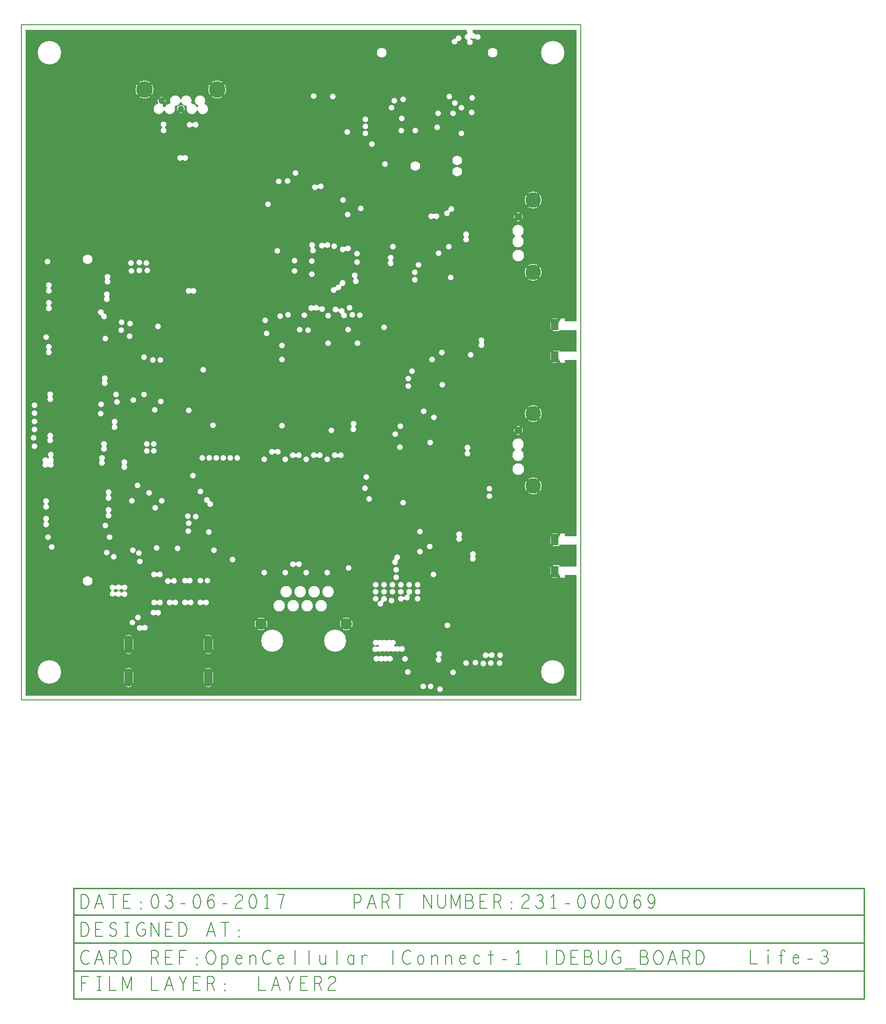
<source format=gbr>
G04 ================== begin FILE IDENTIFICATION RECORD ==================*
G04 Layout Name:  OC_Connect-1_DEBUG_Life-3.brd*
G04 Film Name:    L2P.gbr*
G04 File Format:  Gerber RS274X*
G04 File Origin:  Cadence Allegro 16.6-2015-S065*
G04 Origin Date:  Mon Mar 06 16:55:43 2017*
G04 *
G04 Layer:  VIA CLASS/L2_GND*
G04 Layer:  PIN/L2_GND*
G04 Layer:  ETCH/L2_GND*
G04 Layer:  DRAWING FORMAT/L2*
G04 Layer:  DRAWING FORMAT/FILM_LABEL_OUTLINE*
G04 Layer:  BOARD GEOMETRY/OUTLINE*
G04 *
G04 Offset:    (0.000 0.000)*
G04 Mirror:    No*
G04 Mode:      Positive*
G04 Rotation:  0*
G04 FullContactRelief:  No*
G04 UndefLineWidth:     6.000*
G04 ================== end FILE IDENTIFICATION RECORD ====================*
%FSLAX25Y25*MOIN*%
%IR0*IPPOS*OFA0.00000B0.00000*MIA0B0*SFA1.00000B1.00000*%
%ADD16C,.11*%
%ADD11O,.059X.13*%
%ADD13C,.11811*%
%ADD10C,.026*%
%ADD14C,.081*%
%ADD17C,.055*%
%ADD12C,.047244*%
%ADD15R,.055118X.07874*%
%ADD18C,.01*%
%ADD19C,.02*%
%ADD20C,.006*%
%ADD33C,.120004*%
%ADD21O,.069004X.140004*%
%ADD26C,.128114*%
%ADD27C,.158004*%
%ADD22C,.1678*%
%ADD24C,.042004*%
%ADD23C,.070004*%
%ADD29C,.091004*%
%ADD28C,.082004*%
%ADD34C,.065004*%
%ADD32C,.083004*%
%ADD31C,.070164*%
%ADD25C,.057248*%
%ADD30C,.069374*%
G75*
%LPD*%
G75*
G36*
G01X322950Y478996D02*
X396801Y479000D01*
X396918Y397000D01*
Y270966D01*
G02X396451Y270571I-400J0D01*
G03X396303Y270591I-347J-2046D01*
G01X388534D01*
Y272658D01*
X378164D01*
Y263783D01*
X384676D01*
Y264472D01*
X396543D01*
G03X396664Y264502I-437J2028D01*
G01X396691Y264510D01*
X396918D01*
Y249097D01*
X396691D01*
X396664Y249104D01*
G03X396543Y249134I-559J-1998D01*
G01X384676D01*
Y249823D01*
X378164D01*
Y240949D01*
X388534D01*
Y243016D01*
X396303D01*
G03X396451Y243035I-198J2066D01*
G02X396918Y242641I67J-394D01*
G01Y117365D01*
G02X396451Y116971I-400J0D01*
G03X396303Y116991I-347J-2046D01*
G01X388534D01*
Y119058D01*
X378164D01*
Y110183D01*
X384676D01*
Y110872D01*
X396543D01*
G03X396664Y110902I-437J2028D01*
G01X396691Y110910D01*
X396918D01*
Y95497D01*
X396691D01*
X396664Y95504D01*
G03X396543Y95534I-559J-1998D01*
G01X384676D01*
Y96223D01*
X378164D01*
Y87349D01*
X388534D01*
Y89416D01*
X396303D01*
G03X396451Y89435I-198J2066D01*
G02X396918Y89041I67J-394D01*
G01Y3000D01*
X3000D01*
Y478977D01*
X318049Y478996D01*
G02X318442Y478516I0J-400D01*
G03X318908Y476730I2059J-416D01*
G02X318668Y476074I-303J-261D01*
G03X318652Y471929I332J-2074D01*
G02X318924Y471321I-66J-394D01*
G03X321048Y472271I1776J-1121D01*
G02X320776Y472879I66J394D01*
G03X320864Y473033I-1776J1121D01*
G02X321488Y473145I355J-184D01*
G03X323984Y472901I1412J1555D01*
G02X324528Y472773I206J-343D01*
G03X325216Y475699I1772J1127D01*
G02X324672Y475827I-206J343D01*
G03X322843Y476799I-1772J-1127D01*
G02X322459Y477343I-11J400D01*
G03X322558Y478517I-1959J757D01*
G02X322950Y478996I392J79D01*
G37*
%LPC*%
G75*
G36*
G01X312259Y471023D02*
G03X311800Y470623I-59J-396D01*
G02X310010Y472677I-2100J-23D01*
G03X310469Y473077I59J396D01*
G02X312259Y471023I2100J23D01*
G37*
G36*
G01X115530Y386000D02*
G03X114970I-280J-286D01*
G02Y389000I-1470J1500D01*
G03X115530I280J286D01*
G02Y386000I1470J-1500D01*
G37*
G36*
G01X212474Y365757D02*
G03X211818Y365645I-291J-275D01*
G02X211426Y367943I-1918J855D01*
G03X212082Y368055I291J275D01*
G02X212474Y365757I1918J-855D01*
G37*
G36*
G01X295180Y344370D02*
G03X294594I-293J-272D01*
G02Y347230I-1538J1430D01*
G03X295180I293J272D01*
G02Y344370I1538J-1430D01*
G37*
G36*
G01X319372Y331381D02*
G03X319388Y330790I277J-288D01*
G02X316561Y330712I-1371J-1591D01*
G03X316545Y331304I-277J288D01*
G02X319372Y331381I1371J1591D01*
G37*
G36*
G01X357199Y331926D02*
G03Y331233I200J-346D01*
G02X353037I-2081J-3591D01*
G03Y331926I-200J346D01*
G02X357199I2081J3591D01*
G37*
G36*
G01X217213Y323735D02*
G03X216589Y323671I-287J-279D01*
G02X216323Y326265I-1771J1129D01*
G03X216947Y326329I287J279D01*
G02X217213Y323735I1771J-1129D01*
G37*
G36*
G01X232221Y321148D02*
G03X231629Y321036I-247J-315D01*
G02X231115Y323752I-1811J1064D01*
G03X231707Y323864I247J315D01*
G02X232221Y321148I1811J-1064D01*
G37*
G36*
G01X206889Y322740D02*
G03X206794Y323362I-291J274D01*
G02X209357Y323750I1034J1828D01*
G03X209452Y323128I291J-274D01*
G02X206889Y322740I-1034J-1828D01*
G37*
G36*
G01X265276Y314470D02*
G03Y313830I240J-320D01*
G02X262761I-1257J-1682D01*
G03Y314470I-240J320D01*
G02X265276I1257J1682D01*
G37*
G36*
G01X63000Y301030D02*
G03Y300470I286J-280D01*
G02X60000I-1500J-1470D01*
G03Y301030I-286J280D01*
G02X63000I1500J1470D01*
G37*
G36*
G01X20760Y294820D02*
G03Y294180I240J-320D01*
G02X18240I-1260J-1680D01*
G03Y294820I-240J320D01*
G02X20760I1260J1680D01*
G37*
G36*
G01X121540Y290910D02*
G03X120996I-272J-293D01*
G02Y293990I-1428J1540D01*
G03X121540I272J293D01*
G02Y290910I1428J-1540D01*
G37*
G36*
G01X62500Y288530D02*
G03Y287970I286J-280D01*
G02X59500I-1500J-1470D01*
G03Y288530I-286J280D01*
G02X62500I1500J1470D01*
G37*
G36*
G01X20760Y282220D02*
G03Y281580I240J-320D01*
G02X18240I-1260J-1680D01*
G03Y282220I-240J320D01*
G02X20760I1260J1680D01*
G37*
G36*
G01X56980Y274596D02*
G03X56602Y275076I-392J80D01*
G02X58732Y276754I73J2099D01*
G03X59110Y276274I392J-80D01*
G02X56980Y274596I-73J-2099D01*
G37*
G36*
G01X327466Y255115D02*
G03X327450Y255671I-296J270D01*
G02X330470Y255758I1468J1502D01*
G03X330486Y255202I296J-270D01*
G02X327466Y255115I-1468J-1502D01*
G37*
G36*
G01X20760Y250820D02*
G03Y250180I240J-320D01*
G02X18240I-1260J-1680D01*
G03Y250820I-240J320D01*
G02X20760I1260J1680D01*
G37*
G36*
G01X61000Y228530D02*
G03Y227970I286J-280D01*
G02X58000I-1500J-1470D01*
G03Y228530I-286J280D01*
G02X61000I1500J1470D01*
G37*
G36*
G01X22000Y217030D02*
G03Y216470I286J-280D01*
G02X19000I-1500J-1470D01*
G03Y217030I-286J280D01*
G02X22000I1500J1470D01*
G37*
G36*
G01X67760Y197320D02*
G03Y196680I240J-320D01*
G02X65240I-1260J-1680D01*
G03Y197320I-240J320D01*
G02X67760I1260J1680D01*
G37*
G36*
G01X238707Y195760D02*
G03X238681Y195130I233J-325D01*
G02X236097Y195240I-1362J-1598D01*
G03X236124Y195870I-233J325D01*
G02X238707Y195760I1362J1598D01*
G37*
G36*
G01X22041Y187568D02*
G03X22042Y187024I294J-272D01*
G02X18962Y187020I-1539J-1430D01*
G03X18961Y187564I-294J272D01*
G02X22041Y187568I1539J1430D01*
G37*
G36*
G01X60500Y181530D02*
G03Y180970I286J-280D01*
G02X57500I-1500J-1470D01*
G03Y181530I-286J280D01*
G02X60500I1500J1470D01*
G37*
G36*
G01X357199Y179226D02*
G03Y178533I200J-346D01*
G02X353037I-2081J-3591D01*
G03Y179226I-200J346D01*
G02X357199I2081J3591D01*
G37*
G36*
G01X59000Y171530D02*
G03Y170970I286J-280D01*
G02X56000I-1500J-1470D01*
G03Y171530I-286J280D01*
G02X59000I1500J1470D01*
G37*
G36*
G01X19320Y166740D02*
G03X18680I-320J-240D01*
G02X15500Y169470I-1680J1260D01*
G03Y170030I-286J280D01*
G02X18680Y172760I1500J1470D01*
G03X19320I320J240D01*
G02X19672Y173127I1680J-1260D01*
G03Y173747I-253J310D01*
G02X22328I1327J1627D01*
G03Y173127I253J-310D01*
G02X22500Y170030I-1328J-1627D01*
G03Y169470I286J-280D01*
G02X19320Y166740I-1500J-1470D01*
G37*
G36*
G01X75000Y168530D02*
G03Y167970I286J-280D01*
G02X72000I-1500J-1470D01*
G03Y168530I-286J280D01*
G02X75000I1500J1470D01*
G37*
G36*
G01X63381Y146781D02*
G03Y146119I224J-331D01*
G02X61026I-1178J-1739D01*
G03Y146781I-224J331D01*
G02X63381I1178J1739D01*
G37*
G36*
G01X134558Y142580D02*
G03X134958Y142100I392J-80D01*
G02X132942Y140420I42J-2100D01*
G03X132542Y140900I-392J80D01*
G02X134558Y142580I-42J2100D01*
G37*
G36*
G01X18710Y140481D02*
G03Y139819I224J-331D01*
G02X16355I-1178J-1739D01*
G03Y140481I-224J331D01*
G02X18710I1178J1739D01*
G37*
G36*
G01X63381Y134181D02*
G03Y133519I224J-331D01*
G02X61026I-1178J-1739D01*
G03Y134181I-224J331D01*
G02X63381I1178J1739D01*
G37*
G36*
G01X18710Y127881D02*
G03Y127219I224J-331D01*
G02X16355I-1178J-1739D01*
G03Y127881I-224J331D01*
G02X18710I1178J1739D01*
G37*
G36*
G01X314578Y117072D02*
G03Y116528I293J-272D01*
G02X311498I-1540J-1428D01*
G03Y117072I-293J272D01*
G02X314578I1540J1428D01*
G37*
G36*
G01X324358Y102872D02*
G03Y102328I293J-272D01*
G02X321278I-1540J-1428D01*
G03Y102872I-293J272D01*
G02X324358I1540J1428D01*
G37*
G36*
G01X266497Y100506D02*
G03X266737Y101066I-118J382D01*
G02X269239Y99994I1881J934D01*
G03X268999Y99434I118J-382D01*
G02X266497Y100506I-1881J-934D01*
G37*
G36*
G01X97199Y88522D02*
G03X96537I-331J-224D01*
G02Y90878I-1739J1178D01*
G03X97199I331J224D01*
G02Y88522I1739J-1178D01*
G37*
G36*
G01X118898Y83766D02*
G03X118352I-273J-292D01*
G02Y86833I-1435J1534D01*
G03X118898I273J292D01*
G02Y83766I1435J-1534D01*
G37*
G36*
G01X130319Y68522D02*
G03X129657I-331J-224D01*
G02Y70878I-1739J1178D01*
G03X130319I331J224D01*
G02Y68522I1739J-1178D01*
G37*
G36*
G01X119319D02*
G03X118657I-331J-224D01*
G02Y70878I-1739J1178D01*
G03X119319I331J224D01*
G02Y68522I1739J-1178D01*
G37*
G36*
G01X108319D02*
G03X107657I-331J-224D01*
G02Y70878I-1739J1178D01*
G03X108319I331J224D01*
G02Y68522I1739J-1178D01*
G37*
G36*
G01X97269Y68472D02*
G03X96607I-331J-224D01*
G02Y70828I-1739J1178D01*
G03X97269I331J224D01*
G02Y68472I1739J-1178D01*
G37*
G36*
G01X95795Y63993D02*
G03X96339Y63975I281J284D01*
G02X96239Y60897I1378J-1585D01*
G03X95696Y60915I-281J-284D01*
G02X95795Y63993I-1378J1585D01*
G37*
G36*
G01X86702Y50146D02*
G03X86110Y50130I-289J-277D01*
G02X86034Y52954I-1592J1370D01*
G03X86626Y52970I289J277D01*
G02X86702Y50146I1592J-1370D01*
G37*
G36*
G01X255724Y27929D02*
G03X255194I-265J-299D01*
G02Y31071I-1394J1571D01*
G03X255724I265J299D01*
G02X258533Y31052I1394J-1571D01*
G03X258803I135J148D01*
G02X261617Y31066I1415J-1552D01*
G03X262150I266J298D01*
G02Y27934I1399J-1566D01*
G03X261617I-266J-298D01*
G02X258803Y27948I-1399J1566D01*
G03X258533I-135J-148D01*
G02X255724Y27929I-1415J1552D01*
G37*
G36*
G01X299749Y30986D02*
G03X299693Y30327I196J-348D01*
G02X297334Y30530I-1327J-1628D01*
G03X297391Y31188I-196J348D01*
G02X299749Y30986I1327J1628D01*
G37*
G36*
G01X101729Y421281D02*
G02X97496Y426204I-3559J1221D01*
G03X97757Y426820I-72J394D01*
G02X101090Y425708I2381J1588D01*
G03X100930Y425060I133J-377D01*
G02X101729Y423724I-2760J-2557D01*
G03X102485I378J130D01*
G02X106187Y426262I3559J-1221D01*
G03X106566Y426830I15J400D01*
G02X113540Y429629I3415J1578D01*
G03X114296I378J130D01*
G02X121270Y426830I3559J-1221D01*
G03X121649Y426262I363J-168D01*
G02X125351Y423724I143J-3760D01*
G03X126107I378J130D01*
G02X126406Y424381I3559J-1221D01*
G03X126217Y424949I-347J200D01*
G02X130957Y426529I1480J3459D01*
G03X131146Y425962I347J-200D01*
G02X126107Y421281I-1480J-3459D01*
G03X125351I-378J-130D01*
G02X118377Y424081I-3559J1221D01*
G03X117998Y424648I-363J168D01*
G02X114296Y427187I-143J3760D01*
G03X113540I-378J-130D01*
G02X109838Y424648I-3559J1221D01*
G03X109459Y424081I-15J-400D01*
G02X102485Y421281I-3415J-1578D01*
G03X101729I-378J-130D01*
G37*
G36*
G01X122044Y410128D02*
G02Y412283I-1803J1077D01*
G03X122731I343J205D01*
G02Y410128I1803J-1077D01*
G03X122044I-343J-205D01*
G37*
G36*
G01X102635Y408954D02*
G02X100480I-1077J-1803D01*
G03Y409640I-205J343D01*
G02X102635I1077J1803D01*
G03Y408954I205J-343D01*
G37*
G36*
G01X306315Y348493D02*
G02X304904Y349911I-2015J-593D01*
G03X305403Y350407I115J383D01*
G02X306814Y348989I2015J593D01*
G03X306315Y348493I-115J-383D01*
G37*
G36*
G01X239852Y301268D02*
G02X237712Y300860I-734J-1968D01*
G03X237584Y301532I-268J297D01*
G02X239724Y301940I734J1968D01*
G03X239852Y301268I268J-297D01*
G37*
G36*
G01X225283Y292618D02*
G02X223925Y294978I-2065J382D01*
G03X224453Y295282I135J377D01*
G02X227135Y296907I2065J-382D01*
G03X227631Y297419I117J382D01*
G02X229001Y296092I1987J681D01*
G03X228505Y295581I-117J-382D01*
G02X225811Y292922I-1987J-681D01*
G03X225283Y292618I-135J-377D01*
G37*
G36*
G01X213404Y280848D02*
G02X213002Y278790I1585J-1377D01*
G03X212322Y278923I-378J-130D01*
G02X209257Y278810I-1586J1377D01*
G03X208678Y278794I-282J-284D01*
G02X208598Y281691I-1560J1406D01*
G03X209176Y281707I282J284D01*
G02X212723Y280981I1560J-1406D01*
G03X213404Y280848I378J130D01*
G37*
G36*
G01X231229Y276937D02*
G02X228722Y275554I-511J-2037D01*
G03X228440Y276067I-380J125D01*
G02X226898Y277657I511J2037D01*
G03X226197Y277824I-391J-85D01*
G02X226620Y279597I-1629J1326D01*
G03X227321Y279430I391J85D01*
G02X230946Y277450I1629J-1326D01*
G03X231229Y276937I380J-125D01*
G37*
G36*
G01X180846Y176435D02*
G02Y178565I-1810J1065D01*
G03X181536I345J203D01*
G02Y176435I1810J-1065D01*
G03X180846I-345J-203D01*
G37*
G36*
G01X319990Y177906D02*
G02X317846I-1072J-1806D01*
G03Y178594I-204J344D01*
G02X319990I1072J1806D01*
G03Y177906I204J-344D01*
G37*
G36*
G01X225847Y173835D02*
G02Y175965I-1810J1065D01*
G03X226536I345J203D01*
G02Y173835I1810J-1065D01*
G03X225847I-345J-203D01*
G37*
G36*
G01X210847D02*
G02Y175965I-1810J1065D01*
G03X211536I345J203D01*
G02Y173835I1810J-1065D01*
G03X210847I-345J-203D01*
G37*
G36*
G01X195846D02*
G02Y175965I-1810J1065D01*
G03X196536I345J203D01*
G02Y173835I1810J-1065D01*
G03X195846I-345J-203D01*
G37*
G36*
G01X195900Y96035D02*
G02Y98165I-1810J1065D01*
G03X196590I345J203D01*
G02Y96035I1810J-1065D01*
G03X195900I-345J-203D01*
G37*
G36*
G01X106506Y84118D02*
G02X106419Y86050I-1906J882D01*
G03X107128Y86082I346J200D01*
G02X107215Y84150I1906J-882D01*
G03X106506Y84118I-346J-200D01*
G37*
G36*
G01X71893Y76739D02*
G02X71847Y74745I1825J-1039D01*
G03X71144Y74761I-356J-182D01*
G02X67527Y74703I-1825J1039D01*
G03X66855Y74719I-341J-209D01*
G02X64287Y77829I-1737J1181D01*
G03X64284Y78565I-158J367D01*
G02X66914Y81559I816J1935D01*
G03X67604I345J202D01*
G02X71182Y81640I1814J-1059D01*
G03X71854I336J217D01*
G02Y79360I1764J-1140D01*
G03X71182I-336J-217D01*
G02X67604Y79441I-1764J1140D01*
G03X66914I-345J-202D01*
G02X65931Y78571I-1814J1059D01*
G03X65934Y77835I158J-367D01*
G02X66909Y76997I-816J-1935D01*
G03X67581Y76981I341J209D01*
G02X71189Y76755I1737J-1181D01*
G03X71893Y76739I356J182D01*
G37*
G36*
G01X273334Y71712D02*
G02X272998Y73560I-2016J588D01*
G03X273702Y73688I320J240D01*
G02X275530Y75192I2016J-588D01*
G03X275786Y75864I-36J398D01*
G02X277506Y75208I1532J1436D01*
G03X277250Y74536I36J-398D01*
G02X274038Y71840I-1532J-1436D01*
G03X273334Y71712I-320J-240D01*
G37*
G36*
G01X258656Y69663D02*
G02X256964Y70938I-1938J-810D01*
G03X257380Y71490I47J397D01*
G02X259072Y70214I1938J810D01*
G03X258656Y69663I-47J-397D01*
G37*
G36*
G01X254518Y34849D02*
G02X254338Y37919I-1518J1451D01*
G03X254882Y37951I255J308D01*
G02X255484Y38390I1518J-1451D01*
G03Y39110I-174J360D01*
G02X254985Y39448I916J1890D01*
G03X254715I-135J-148D01*
G02Y42552I-1415J1552D01*
G03X254985I135J148D01*
G02X257815I1415J-1552D01*
G03X258085I135J148D01*
G02X260915I1415J-1552D01*
G03X261185I135J148D01*
G02X264024Y42544I1415J-1552D01*
G03X264295I136J147D01*
G02X266634Y39110I1423J-1544D01*
G03Y38390I174J-360D01*
G02X267171Y38017I-916J-1890D01*
G03X267447I138J144D01*
G02X270361Y38009I1453J-1517D01*
G03X270639I139J144D01*
G02Y34991I1461J-1509D01*
G03X270361I-139J-144D01*
G02X267447Y34983I-1461J1509D01*
G03X267171I-138J-144D01*
G02X264295Y34956I-1453J1517D01*
G03X264024I-136J-147D01*
G02X261185Y34948I-1423J1544D01*
G03X260915I-135J-148D01*
G02X258085I-1415J1552D01*
G03X257815I-135J-148D01*
G02X255062Y34881I-1415J1552D01*
G03X254518Y34849I-255J-308D01*
G37*
G36*
G01X333811Y30991D02*
G02X333721Y32977I-1893J909D01*
G03X334425Y33009I343J205D01*
G02X334515Y31023I1893J-909D01*
G03X333811Y30991I-343J-205D01*
G37*
G54D33*
X365787Y153013D03*
Y204746D03*
Y305713D03*
Y357446D03*
G54D21*
X133561Y39567D03*
Y16103D03*
X76475Y39567D03*
Y16103D03*
G54D26*
X88052Y436282D03*
X139784D03*
G54D27*
X179218Y42500D03*
X224218D03*
G54D22*
X20000Y20000D03*
Y462677D03*
X380000Y20000D03*
Y462677D03*
G54D24*
X61000Y105500D03*
X66000Y102500D03*
X21500Y109500D03*
X9200Y181500D03*
X62800Y116300D03*
X60100Y124700D03*
X19000Y116500D03*
X56945Y211315D03*
X56500Y204725D03*
X60000Y258275D03*
X9200Y193300D03*
X68200Y213000D03*
X8500Y187500D03*
X67600Y218500D03*
X9200Y199100D03*
Y210600D03*
Y204900D03*
X18500Y313500D03*
X17500Y259500D03*
X71300Y264250D03*
X71600Y270000D03*
X127917Y85299D03*
X132800Y85300D03*
X84000Y105000D03*
X79387Y55432D03*
X83318Y59000D03*
X111618Y108300D03*
X96450Y108800D03*
X79500Y107000D03*
X84518Y99000D03*
X137500Y107000D03*
X134000Y120000D03*
X124500Y131000D03*
X119168Y120750D03*
X119518Y126300D03*
X122500Y160500D03*
X128000Y149000D03*
X79000Y142500D03*
X100118D03*
X95500Y137500D03*
X83000Y153500D03*
X89500Y178000D03*
X94500D03*
Y183000D03*
X129418Y173000D03*
X134418D03*
X144418D03*
X139418D03*
X89500Y183000D03*
X91200Y148100D03*
X119000Y131500D03*
X95187Y207500D03*
X119718Y207000D03*
X99418Y242932D03*
X93918D03*
X87718Y245200D03*
X79950Y214500D03*
X87618Y218500D03*
X130000Y236000D03*
X137000Y196500D03*
X99500Y213500D03*
X77418Y259900D03*
X97718Y266900D03*
X77518Y269200D03*
X78518Y306800D03*
X84418Y307100D03*
X89818D03*
X89418Y312500D03*
X84218Y312700D03*
X78418Y312500D03*
X218700Y91000D03*
X203700D03*
X173700D03*
X188700D03*
X151000Y100500D03*
X218718Y171900D03*
X203718D03*
X188718D03*
X154418Y173000D03*
X149418D03*
X173718Y171900D03*
X219218Y255200D03*
X186150Y196100D03*
X186218Y253400D03*
X186118Y243500D03*
X202200Y275200D03*
X190700Y275500D03*
X174400Y271400D03*
X205018Y264500D03*
X195318Y313900D03*
X195118Y306700D03*
X182918Y321100D03*
X207718Y304400D03*
X219218Y274700D03*
X207768Y313850D03*
X175418Y262000D03*
X199018Y264700D03*
X185018Y274400D03*
X176118Y354500D03*
X183900Y370800D03*
X190200Y370900D03*
X196000Y376800D03*
X208900Y431600D03*
X292718Y9832D03*
X287218D03*
X274218Y29500D03*
X276218Y20000D03*
X285018Y106144D03*
X267850Y93200D03*
Y87700D03*
X283318Y72300D03*
X253318D03*
X283318Y77300D03*
X271318D03*
X265318D03*
X259318D03*
X253318D03*
X283318Y82300D03*
X277318D03*
X271318D03*
X265318D03*
X259318D03*
X253318D03*
X264718Y70987D03*
X292018Y109600D03*
X234000Y94500D03*
X270550Y180800D03*
X245518Y151500D03*
X246518Y159500D03*
X292418Y184200D03*
X248618Y143800D03*
X285000Y120500D03*
X273000Y141000D03*
X287581Y206500D03*
X276550Y224300D03*
Y229800D03*
X279218Y235200D03*
X267350Y190200D03*
X271018Y195700D03*
X240318Y255100D03*
X221618Y192800D03*
X234500Y280500D03*
X281250Y300300D03*
Y305800D03*
X283918Y311200D03*
X239818Y312950D03*
X239918Y319000D03*
X259418Y266500D03*
X223613Y324500D03*
X233518Y264700D03*
X236500Y275500D03*
X242018Y274900D03*
X265700Y324100D03*
X233318Y347200D03*
X242718Y351500D03*
X260000Y383000D03*
X230018Y357500D03*
X250700Y397300D03*
X264500Y423500D03*
X273000Y429500D03*
X271500Y407000D03*
X266500Y428500D03*
X246000Y405132D03*
Y410131D03*
Y415131D03*
X232800Y406000D03*
X272100Y415600D03*
X281668Y407000D03*
X222500Y431500D03*
X308552Y19658D03*
X299218Y7647D03*
X342118Y32100D03*
X341918Y26300D03*
X335718D03*
X330218Y26200D03*
X317918Y26300D03*
X324718Y26600D03*
X294600Y89800D03*
X304618Y53300D03*
X334596Y145655D03*
X334579Y151155D03*
X293581Y243300D03*
X300618Y248300D03*
X301018Y225400D03*
X294818Y202200D03*
X321318Y246700D03*
X298281Y319300D03*
X305718Y324000D03*
X306918Y302200D03*
X297294Y409500D03*
X308500Y419500D03*
X322000Y420000D03*
X322400Y430500D03*
X310032Y426800D03*
X306095Y431300D03*
X314500Y405000D03*
Y423500D03*
X298000Y419500D03*
G54D23*
X47218Y84875D03*
Y315125D03*
G54D29*
X171226Y54508D03*
X232210D03*
G54D28*
X184218Y67500D03*
X189218Y77500D03*
X194218Y67500D03*
X199218Y77500D03*
X204218Y67500D03*
X209218Y77500D03*
X214218Y67500D03*
X219218Y77500D03*
G54D34*
X355118Y192659D03*
Y345359D03*
G54D32*
Y165100D03*
Y317800D03*
G54D31*
X257591Y462596D03*
X336843D03*
G54D25*
X113918Y422502D03*
G54D30*
X281618Y381600D03*
X311618Y377600D03*
Y385600D03*
%LPD*%
G75*
G54D10*
X39218Y88000D03*
Y166750D03*
Y154500D03*
Y133750D03*
Y108750D03*
X21000Y152500D03*
Y148500D03*
X21500Y144875D03*
X22000Y135500D03*
Y132000D03*
Y123000D03*
Y119500D03*
X56300Y141700D03*
X56550Y138450D03*
X56500Y151000D03*
X56300Y129100D03*
X56400Y125900D03*
X9000Y175500D03*
X60000Y120900D03*
X39218Y245500D03*
X56736Y247700D03*
X39218Y233250D03*
Y212500D03*
Y187500D03*
X21500Y223500D03*
X22225Y182662D03*
X19787Y180293D03*
X8000Y219000D03*
X60250Y209250D03*
X56350Y223850D03*
X56400Y220475D03*
X57000Y185825D03*
X56876Y176845D03*
X21500Y231000D03*
X22100Y193000D03*
X14500Y267000D03*
X39218Y266250D03*
Y291250D03*
Y312000D03*
X22218Y255250D03*
Y258400D03*
Y267850D03*
Y274150D03*
Y277300D03*
X22000Y286625D03*
Y289775D03*
Y299350D03*
X57736Y255500D03*
X57836Y251700D03*
X58218Y270875D03*
Y283475D03*
X60436Y280325D03*
X57736Y292800D03*
X57626Y296198D03*
X58218Y305525D03*
X22000Y305500D03*
X20600Y302375D03*
X103118Y49659D03*
X109118Y49700D03*
X114918Y50100D03*
X121018Y49659D03*
X72250Y59000D03*
X62218Y85032D03*
X90118Y62100D03*
X85153Y87565D03*
X117918Y62200D03*
X105682Y62000D03*
X129218Y156400D03*
X100387Y108300D03*
X107649D03*
X111618Y131282D03*
X69000Y173000D03*
X99500Y155500D03*
X86700Y147800D03*
X75400Y152900D03*
X116400Y137800D03*
X124500Y153500D03*
X119718Y217500D03*
X124218Y199000D03*
X87918Y204000D03*
X87718Y211500D03*
X87818Y215100D03*
X83218Y244900D03*
X60500Y190500D03*
X69800Y204200D03*
X70500Y184000D03*
X81000Y184500D03*
X98218Y199740D03*
X128500Y195000D03*
X93518Y259500D03*
X93818Y263500D03*
X87018D03*
X87118Y259700D03*
X90418Y261500D03*
X114418Y289500D03*
X99500Y278300D03*
X72618Y275800D03*
X60500Y312000D03*
X118418Y407677D03*
Y396400D03*
X136500Y90500D03*
X142126Y59500D03*
X154218Y156400D03*
X149218D03*
X144218D03*
X139218D03*
X134218D03*
X160100Y152200D03*
X156874Y114500D03*
X203700Y182400D03*
X188700D03*
X195961Y247900D03*
X186449D03*
X200962Y197700D03*
X190118Y196200D03*
X173700Y182400D03*
X184150Y289200D03*
X184250Y297200D03*
X175250Y293800D03*
Y300600D03*
Y307400D03*
Y315400D03*
X179835Y303906D03*
X179401Y311265D03*
X200000Y371500D03*
X182087Y326700D03*
X194218Y328232D03*
X187718Y330417D03*
X200500Y409000D03*
X274218Y23732D03*
X266718Y16968D03*
X263550Y24000D03*
X256436Y94500D03*
X251320Y103200D03*
X268118Y51500D03*
X254118Y51400D03*
X257618D03*
X261118D03*
X264618Y51500D03*
X250618Y55400D03*
X254118D03*
X274718Y48000D03*
X271218D03*
X267718Y48100D03*
X250618Y51400D03*
X271200Y44100D03*
X257618Y55400D03*
X267800Y44100D03*
X247250Y125700D03*
Y120100D03*
X244018Y122232D03*
X246950Y132800D03*
X267818Y170200D03*
X254818Y150768D03*
X273247Y134484D03*
X274000Y106400D03*
X218700Y182400D03*
X252662Y247000D03*
X233693Y247900D03*
X262174Y247000D03*
X219583Y247900D03*
X210071D03*
X243205D03*
X274518Y202868D03*
X254984Y205604D03*
X247110D03*
X239236D03*
X231362D03*
X223488D03*
X227518Y200668D03*
X233887Y301900D03*
X260887Y278900D03*
X261249Y288900D03*
X260987Y284700D03*
X258318Y303778D03*
X217718Y293000D03*
X229818Y293100D03*
X239318Y306800D03*
X239618Y295700D03*
X207228Y300038D03*
X207918Y317300D03*
X252218Y311000D03*
X215000Y371200D03*
X274618Y331700D03*
X225918Y347168D03*
X218697D03*
X211218Y347200D03*
X222418Y356468D03*
X214918D03*
X207418D03*
X262918Y328700D03*
X259587Y338600D03*
X225918Y321200D03*
X255500Y390500D03*
X244300Y369100D03*
X251000Y369000D03*
X209700Y371400D03*
X224800Y371300D03*
X257532Y418969D03*
X276468Y419032D03*
X211500Y416500D03*
X210457Y408400D03*
X245500Y393500D03*
X267200Y433700D03*
X275400D03*
X238700Y422800D03*
X258500Y413500D03*
X268698Y470100D03*
X274604D03*
X309218Y13032D03*
X310518Y23500D03*
X290718Y30000D03*
X286718D03*
X287218Y22500D03*
X286518Y96500D03*
X284618Y99700D03*
X288518Y99600D03*
X284518Y93200D03*
X288518Y93100D03*
X305918Y42900D03*
X305218Y46200D03*
X300218Y46500D03*
X295518Y46200D03*
X343518Y41500D03*
X338818Y41400D03*
X333418Y41000D03*
X342618Y45500D03*
X338018Y45700D03*
X333118Y45600D03*
X340100Y99000D03*
X331400D03*
X281718Y44500D03*
X285218D03*
X278218Y48000D03*
X285218D03*
X281718D03*
X318818Y59700D03*
X302218Y89432D03*
X292550Y44542D03*
X346500Y175700D03*
X337600Y175600D03*
X298518Y105513D03*
X285618Y125200D03*
X284718Y146400D03*
X285518Y140400D03*
X285589Y131916D03*
X281234Y103635D03*
X321618Y138400D03*
X295318Y233400D03*
X293418Y236600D03*
X297318Y236500D03*
X293400Y229900D03*
X297118Y230200D03*
X287918Y189000D03*
X284100Y188800D03*
X288118Y195300D03*
X284218Y195400D03*
X286118Y192200D03*
X297518Y182032D03*
X318787Y184800D03*
X280018Y240100D03*
X306718Y242469D03*
Y223132D03*
X321318Y202700D03*
X287918Y241500D03*
X280729Y199108D03*
X300118Y309400D03*
X298218Y312600D03*
X302118Y312500D03*
X297968Y305900D03*
X301918Y306200D03*
X346400Y258400D03*
X337218Y259100D03*
X326118Y275800D03*
X288418Y318368D03*
X311418Y299132D03*
Y318468D03*
X293018Y317600D03*
X346718Y328626D03*
X337168Y327650D03*
X305774Y357800D03*
X295974D03*
X306618Y372700D03*
X296718Y374300D03*
X289718Y387500D03*
X310706Y412000D03*
X278437Y415500D03*
X321468Y408532D03*
X289563Y405000D03*
X325776Y434100D03*
X318700Y432500D03*
X299350Y429050D03*
X296600Y433700D03*
X292000Y433000D03*
X286406Y434100D03*
X280500D03*
X289532Y416969D03*
X280509Y470100D03*
X286415D03*
X292320D03*
X297100Y471700D03*
X305516Y471484D03*
X315700Y470100D03*
X329000Y470700D03*
X388618Y82600D03*
X383618D03*
X378618D03*
X388818Y124100D03*
X378818D03*
X383818D03*
X375618Y108300D03*
X395500Y238500D03*
Y234500D03*
X392000Y237500D03*
X388218Y275900D03*
X378218D03*
X383218D03*
X376118Y261900D03*
G54D20*
G01X43093Y-207500D02*
Y-197500D01*
X47843D01*
G01X46093Y-202333D02*
X43093D01*
G01X53968Y-197500D02*
X56968D01*
G01X55468D02*
Y-207500D01*
G01X53968D02*
X56968D01*
G01X62968Y-197500D02*
Y-207500D01*
X67968D01*
G01X72218D02*
Y-197500D01*
X75468Y-205833D01*
X78718Y-197500D01*
Y-207500D01*
G01X92968Y-197500D02*
Y-207500D01*
X97968D01*
G01X102343D02*
X105468Y-197500D01*
X108593Y-207500D01*
G01X107468Y-204000D02*
X103468D01*
G01X115468Y-207500D02*
Y-203000D01*
X112968Y-197500D01*
G01X117968D02*
X115468Y-203000D01*
G01X127968Y-207500D02*
X122968D01*
Y-197500D01*
X127968D01*
G01X125968Y-202333D02*
X122968D01*
G01X132968Y-207500D02*
Y-197500D01*
X136093D01*
X137093Y-198000D01*
X137718Y-198667D01*
X137968Y-200000D01*
X137718Y-201333D01*
X136968Y-202167D01*
X136093Y-202667D01*
X132968D01*
G01X136093D02*
X137968Y-207500D01*
G01X145468Y-207833D02*
X145218Y-207667D01*
Y-207333D01*
X145468Y-207167D01*
X145718Y-207333D01*
Y-207667D01*
X145468Y-207833D01*
G01Y-203334D02*
X145218Y-203167D01*
Y-202833D01*
X145468Y-202667D01*
X145718Y-202833D01*
Y-203167D01*
X145468Y-203334D01*
G01X48218Y-179834D02*
X47468Y-179333D01*
X46593Y-179000D01*
X45593D01*
X44468Y-179500D01*
X43593Y-180333D01*
X42968Y-181333D01*
X42468Y-183000D01*
X42343Y-184500D01*
X42593Y-186000D01*
X42968Y-187000D01*
X43718Y-188000D01*
X44593Y-188667D01*
X45468Y-189000D01*
X46343D01*
X47218Y-188667D01*
X47968Y-188167D01*
X48593Y-187500D01*
G01X52343Y-189000D02*
X55468Y-179000D01*
X58593Y-189000D01*
G01X57468Y-185500D02*
X53468D01*
G01X62968Y-189000D02*
Y-179000D01*
X66093D01*
X67093Y-179500D01*
X67718Y-180167D01*
X67968Y-181500D01*
X67718Y-182833D01*
X66968Y-183667D01*
X66093Y-184167D01*
X62968D01*
G01X66093D02*
X67968Y-189000D01*
G01X72718D02*
Y-179000D01*
X75218D01*
X76218Y-179500D01*
X76968Y-180167D01*
X77593Y-181166D01*
X78093Y-182334D01*
X78218Y-184000D01*
X78093Y-185667D01*
X77593Y-186834D01*
X76968Y-187834D01*
X76218Y-188500D01*
X75218Y-189000D01*
X72718D01*
G01X92968D02*
Y-179000D01*
X96093D01*
X97093Y-179500D01*
X97718Y-180167D01*
X97968Y-181500D01*
X97718Y-182833D01*
X96968Y-183667D01*
X96093Y-184167D01*
X92968D01*
G01X96093D02*
X97968Y-189000D01*
G01X107968D02*
X102968D01*
Y-179000D01*
X107968D01*
G01X105968Y-183833D02*
X102968D01*
G01X113093Y-189000D02*
Y-179000D01*
X117843D01*
G01X116093Y-183833D02*
X113093D01*
G01X125468Y-189333D02*
X125218Y-189167D01*
Y-188833D01*
X125468Y-188667D01*
X125718Y-188833D01*
Y-189167D01*
X125468Y-189333D01*
G01Y-184834D02*
X125218Y-184667D01*
Y-184333D01*
X125468Y-184167D01*
X125718Y-184333D01*
Y-184667D01*
X125468Y-184834D01*
G01X135468Y-189000D02*
X134468Y-188833D01*
X133593Y-188167D01*
X132843Y-187167D01*
X132343Y-186000D01*
X132093Y-184667D01*
Y-183333D01*
X132343Y-182000D01*
X132843Y-180833D01*
X133593Y-179834D01*
X134468Y-179167D01*
X135468Y-179000D01*
X136468Y-179167D01*
X137343Y-179834D01*
X138093Y-180833D01*
X138593Y-182000D01*
X138843Y-183333D01*
Y-184667D01*
X138593Y-186000D01*
X138093Y-187167D01*
X137343Y-188167D01*
X136468Y-188833D01*
X135468Y-189000D01*
G01X143218Y-192333D02*
Y-182334D01*
G01Y-183833D02*
X143843Y-183000D01*
X144468Y-182500D01*
X145468Y-182334D01*
X146343Y-182500D01*
X147218Y-183333D01*
X147593Y-184500D01*
X147718Y-185667D01*
X147593Y-186834D01*
X147218Y-188000D01*
X146468Y-188667D01*
X145468Y-189000D01*
X144593Y-188833D01*
X143718Y-188334D01*
X143218Y-187667D01*
G01X153593Y-184500D02*
X157593D01*
X157218Y-183333D01*
X156593Y-182667D01*
X155718Y-182334D01*
X154843Y-182500D01*
X154093Y-183000D01*
X153593Y-184167D01*
X153343Y-185167D01*
Y-186167D01*
X153593Y-187167D01*
X154218Y-188167D01*
X154968Y-188833D01*
X155843Y-189000D01*
X156718Y-188667D01*
X157593Y-187667D01*
G01X163343Y-189000D02*
Y-182334D01*
G01Y-184000D02*
X163843Y-183167D01*
X164593Y-182500D01*
X165593Y-182334D01*
X166468Y-182500D01*
X167218Y-183167D01*
X167593Y-184333D01*
Y-189000D01*
G01X178218Y-179834D02*
X177468Y-179333D01*
X176593Y-179000D01*
X175593D01*
X174468Y-179500D01*
X173593Y-180333D01*
X172968Y-181333D01*
X172468Y-183000D01*
X172343Y-184500D01*
X172593Y-186000D01*
X172968Y-187000D01*
X173718Y-188000D01*
X174593Y-188667D01*
X175468Y-189000D01*
X176343D01*
X177218Y-188667D01*
X177968Y-188167D01*
X178593Y-187500D01*
G01X183593Y-184500D02*
X187593D01*
X187218Y-183333D01*
X186593Y-182667D01*
X185718Y-182334D01*
X184843Y-182500D01*
X184093Y-183000D01*
X183593Y-184167D01*
X183343Y-185167D01*
Y-186167D01*
X183593Y-187167D01*
X184218Y-188167D01*
X184968Y-188833D01*
X185843Y-189000D01*
X186718Y-188667D01*
X187593Y-187667D01*
G01X195468Y-189000D02*
Y-179000D01*
G01X205468Y-189000D02*
Y-179000D01*
G01X213343Y-182334D02*
Y-187000D01*
X213843Y-188167D01*
X214593Y-188833D01*
X215468Y-189000D01*
X216343Y-188833D01*
X217093Y-188167D01*
X217593Y-187000D01*
G01Y-189000D02*
Y-182334D01*
G01X225468Y-189000D02*
Y-179000D01*
G01X237718Y-189000D02*
Y-182334D01*
G01Y-183500D02*
X237218Y-182833D01*
X236468Y-182500D01*
X235593Y-182334D01*
X234718Y-182667D01*
X233968Y-183333D01*
X233468Y-184333D01*
X233218Y-185667D01*
X233468Y-187000D01*
X233968Y-188000D01*
X234718Y-188667D01*
X235593Y-189000D01*
X236468Y-188833D01*
X237218Y-188334D01*
X237718Y-187667D01*
G01X243718Y-189000D02*
Y-182334D01*
G01Y-183667D02*
X244343Y-183000D01*
X244968Y-182500D01*
X245843Y-182334D01*
X246468Y-182500D01*
X247218Y-183000D01*
G01X265468Y-189000D02*
Y-179000D01*
G01X278218Y-179834D02*
X277468Y-179333D01*
X276593Y-179000D01*
X275593D01*
X274468Y-179500D01*
X273593Y-180333D01*
X272968Y-181333D01*
X272468Y-183000D01*
X272343Y-184500D01*
X272593Y-186000D01*
X272968Y-187000D01*
X273718Y-188000D01*
X274593Y-188667D01*
X275468Y-189000D01*
X276343D01*
X277218Y-188667D01*
X277968Y-188167D01*
X278593Y-187500D01*
G01X285468Y-189000D02*
X284718Y-188833D01*
X283968Y-188167D01*
X283468Y-187000D01*
X283218Y-185667D01*
X283468Y-184333D01*
X283968Y-183167D01*
X284718Y-182500D01*
X285468Y-182334D01*
X286218Y-182500D01*
X286968Y-183167D01*
X287468Y-184333D01*
X287593Y-185667D01*
X287468Y-187000D01*
X286968Y-188167D01*
X286218Y-188833D01*
X285468Y-189000D01*
G01X293343D02*
Y-182334D01*
G01Y-184000D02*
X293843Y-183167D01*
X294593Y-182500D01*
X295593Y-182334D01*
X296468Y-182500D01*
X297218Y-183167D01*
X297593Y-184333D01*
Y-189000D01*
G01X303343D02*
Y-182334D01*
G01Y-184000D02*
X303843Y-183167D01*
X304593Y-182500D01*
X305593Y-182334D01*
X306468Y-182500D01*
X307218Y-183167D01*
X307593Y-184333D01*
Y-189000D01*
G01X313593Y-184500D02*
X317593D01*
X317218Y-183333D01*
X316593Y-182667D01*
X315718Y-182334D01*
X314843Y-182500D01*
X314093Y-183000D01*
X313593Y-184167D01*
X313343Y-185167D01*
Y-186167D01*
X313593Y-187167D01*
X314218Y-188167D01*
X314968Y-188833D01*
X315843Y-189000D01*
X316718Y-188667D01*
X317593Y-187667D01*
G01X327468Y-183167D02*
X326593Y-182500D01*
X325843Y-182334D01*
X324843Y-182667D01*
X324093Y-183333D01*
X323593Y-184500D01*
X323468Y-185667D01*
X323593Y-186834D01*
X324093Y-187834D01*
X324843Y-188667D01*
X325843Y-189000D01*
X326718Y-188667D01*
X327468Y-188000D01*
G01X335468Y-179000D02*
Y-189000D01*
G01X333718Y-182334D02*
X337218D01*
G01X343843Y-185667D02*
X347093D01*
G01X355468Y-189000D02*
Y-179000D01*
X353968Y-181000D01*
G01Y-189000D02*
X356968D01*
G01X375468D02*
Y-179000D01*
G01X382718Y-189000D02*
Y-179000D01*
X385218D01*
X386218Y-179500D01*
X386968Y-180167D01*
X387593Y-181166D01*
X388093Y-182334D01*
X388218Y-184000D01*
X388093Y-185667D01*
X387593Y-186834D01*
X386968Y-187834D01*
X386218Y-188500D01*
X385218Y-189000D01*
X382718D01*
G01X397968D02*
X392968D01*
Y-179000D01*
X397968D01*
G01X395968Y-183833D02*
X392968D01*
G01X406468Y-183667D02*
X406968Y-183167D01*
X407343Y-182334D01*
X407593Y-181166D01*
X407343Y-180167D01*
X406843Y-179500D01*
X405968Y-179000D01*
X402593D01*
Y-189000D01*
X406718D01*
X407593Y-188334D01*
X408093Y-187333D01*
X408343Y-186167D01*
X408093Y-185000D01*
X407343Y-184000D01*
X406468Y-183667D01*
X402593D01*
G01X412718Y-179000D02*
Y-186167D01*
X413218Y-187667D01*
X414218Y-188667D01*
X415468Y-189000D01*
X416718Y-188667D01*
X417718Y-187667D01*
X418218Y-186167D01*
Y-179000D01*
G01X426218Y-184000D02*
X428718D01*
Y-187000D01*
X427968Y-188000D01*
X427093Y-188667D01*
X425843Y-189000D01*
X424593Y-188667D01*
X423718Y-188000D01*
X422968Y-187000D01*
X422468Y-185833D01*
X422218Y-184500D01*
Y-183333D01*
X422468Y-182334D01*
X422968Y-181166D01*
X423718Y-180167D01*
X424468Y-179500D01*
X425468Y-179000D01*
X426343D01*
X427343Y-179333D01*
X428093Y-180000D01*
G01X431718Y-192333D02*
X439218D01*
G01X446468Y-183667D02*
X446968Y-183167D01*
X447343Y-182334D01*
X447593Y-181166D01*
X447343Y-180167D01*
X446843Y-179500D01*
X445968Y-179000D01*
X442593D01*
Y-189000D01*
X446718D01*
X447593Y-188334D01*
X448093Y-187333D01*
X448343Y-186167D01*
X448093Y-185000D01*
X447343Y-184000D01*
X446468Y-183667D01*
X442593D01*
G01X455468Y-189000D02*
X454468Y-188833D01*
X453593Y-188167D01*
X452843Y-187167D01*
X452343Y-186000D01*
X452093Y-184667D01*
Y-183333D01*
X452343Y-182000D01*
X452843Y-180833D01*
X453593Y-179834D01*
X454468Y-179167D01*
X455468Y-179000D01*
X456468Y-179167D01*
X457343Y-179834D01*
X458093Y-180833D01*
X458593Y-182000D01*
X458843Y-183333D01*
Y-184667D01*
X458593Y-186000D01*
X458093Y-187167D01*
X457343Y-188167D01*
X456468Y-188833D01*
X455468Y-189000D01*
G01X462343D02*
X465468Y-179000D01*
X468593Y-189000D01*
G01X467468Y-185500D02*
X463468D01*
G01X472968Y-189000D02*
Y-179000D01*
X476093D01*
X477093Y-179500D01*
X477718Y-180167D01*
X477968Y-181500D01*
X477718Y-182833D01*
X476968Y-183667D01*
X476093Y-184167D01*
X472968D01*
G01X476093D02*
X477968Y-189000D01*
G01X482718D02*
Y-179000D01*
X485218D01*
X486218Y-179500D01*
X486968Y-180167D01*
X487593Y-181166D01*
X488093Y-182334D01*
X488218Y-184000D01*
X488093Y-185667D01*
X487593Y-186834D01*
X486968Y-187834D01*
X486218Y-188500D01*
X485218Y-189000D01*
X482718D01*
G01X42718Y-149000D02*
Y-139000D01*
X45218D01*
X46218Y-139500D01*
X46968Y-140167D01*
X47593Y-141166D01*
X48093Y-142334D01*
X48218Y-144000D01*
X48093Y-145667D01*
X47593Y-146834D01*
X46968Y-147834D01*
X46218Y-148500D01*
X45218Y-149000D01*
X42718D01*
G01X52343D02*
X55468Y-139000D01*
X58593Y-149000D01*
G01X57468Y-145500D02*
X53468D01*
G01X65468Y-139000D02*
Y-149000D01*
G01X62593Y-139000D02*
X68343D01*
G01X77968Y-149000D02*
X72968D01*
Y-139000D01*
X77968D01*
G01X75968Y-143833D02*
X72968D01*
G01X85468Y-149333D02*
X85218Y-149167D01*
Y-148833D01*
X85468Y-148667D01*
X85718Y-148833D01*
Y-149167D01*
X85468Y-149333D01*
G01Y-144834D02*
X85218Y-144667D01*
Y-144333D01*
X85468Y-144167D01*
X85718Y-144333D01*
Y-144667D01*
X85468Y-144834D01*
G01X95468Y-139000D02*
X94468Y-139333D01*
X93718Y-140167D01*
X93218Y-141166D01*
X92843Y-142500D01*
X92718Y-144000D01*
X92843Y-145500D01*
X93218Y-146834D01*
X93718Y-147834D01*
X94468Y-148667D01*
X95468Y-149000D01*
X96468Y-148667D01*
X97218Y-147834D01*
X97718Y-146834D01*
X98093Y-145500D01*
X98218Y-144000D01*
X98093Y-142500D01*
X97718Y-141166D01*
X97218Y-140167D01*
X96468Y-139333D01*
X95468Y-139000D01*
G01X102718Y-147000D02*
X103468Y-148167D01*
X104468Y-148833D01*
X105593Y-149000D01*
X106593Y-148833D01*
X107593Y-148000D01*
X108218Y-147000D01*
X108343Y-146000D01*
X108093Y-144834D01*
X107218Y-144000D01*
X106343Y-143667D01*
X105218D01*
G01X106343D02*
X107093Y-143167D01*
X107718Y-142334D01*
X107968Y-141333D01*
X107718Y-140333D01*
X107093Y-139500D01*
X105968Y-139000D01*
X104843Y-139167D01*
X103718Y-139834D01*
G01X113843Y-145667D02*
X117093D01*
G01X125468Y-139000D02*
X124468Y-139333D01*
X123718Y-140167D01*
X123218Y-141166D01*
X122843Y-142500D01*
X122718Y-144000D01*
X122843Y-145500D01*
X123218Y-146834D01*
X123718Y-147834D01*
X124468Y-148667D01*
X125468Y-149000D01*
X126468Y-148667D01*
X127218Y-147834D01*
X127718Y-146834D01*
X128093Y-145500D01*
X128218Y-144000D01*
X128093Y-142500D01*
X127718Y-141166D01*
X127218Y-140167D01*
X126468Y-139333D01*
X125468Y-139000D01*
G01X133093Y-144834D02*
X133968Y-143667D01*
X134718Y-143000D01*
X135718Y-142667D01*
X136593Y-143000D01*
X137218Y-143667D01*
X137718Y-144667D01*
X137843Y-145833D01*
X137718Y-146834D01*
X137218Y-147834D01*
X136468Y-148667D01*
X135593Y-149000D01*
X134593Y-148667D01*
X133718Y-147667D01*
X133218Y-146167D01*
X133093Y-144500D01*
X133343Y-142334D01*
X133718Y-141166D01*
X134343Y-140000D01*
X135218Y-139167D01*
X136093Y-139000D01*
X136968Y-139333D01*
X137593Y-140167D01*
G01X143843Y-145667D02*
X147093D01*
G01X153093Y-140667D02*
X153843Y-139667D01*
X154718Y-139167D01*
X155718Y-139000D01*
X156968Y-139333D01*
X157843Y-140167D01*
X158093Y-141166D01*
X157968Y-142167D01*
X157468Y-143000D01*
X154968Y-144667D01*
X153843Y-145833D01*
X153093Y-147500D01*
X152843Y-149000D01*
X158093D01*
G01X165468Y-139000D02*
X164468Y-139333D01*
X163718Y-140167D01*
X163218Y-141166D01*
X162843Y-142500D01*
X162718Y-144000D01*
X162843Y-145500D01*
X163218Y-146834D01*
X163718Y-147834D01*
X164468Y-148667D01*
X165468Y-149000D01*
X166468Y-148667D01*
X167218Y-147834D01*
X167718Y-146834D01*
X168093Y-145500D01*
X168218Y-144000D01*
X168093Y-142500D01*
X167718Y-141166D01*
X167218Y-140167D01*
X166468Y-139333D01*
X165468Y-139000D01*
G01X175468Y-149000D02*
Y-139000D01*
X173968Y-141000D01*
G01Y-149000D02*
X176968D01*
G01X185218D02*
X185468Y-146834D01*
X185843Y-145000D01*
X186343Y-143333D01*
X186968Y-141500D01*
X187968Y-139000D01*
X182968D01*
G01X42718Y-169000D02*
Y-159000D01*
X45218D01*
X46218Y-159500D01*
X46968Y-160167D01*
X47593Y-161166D01*
X48093Y-162334D01*
X48218Y-164000D01*
X48093Y-165667D01*
X47593Y-166834D01*
X46968Y-167834D01*
X46218Y-168500D01*
X45218Y-169000D01*
X42718D01*
G01X57968D02*
X52968D01*
Y-159000D01*
X57968D01*
G01X55968Y-163833D02*
X52968D01*
G01X62843Y-167667D02*
X63843Y-168500D01*
X64968Y-169000D01*
X65968D01*
X66968Y-168500D01*
X67718Y-167667D01*
X68093Y-166500D01*
X67843Y-165334D01*
X67218Y-164333D01*
X66093Y-163667D01*
X64593Y-163333D01*
X63718Y-162667D01*
X63343Y-161500D01*
X63593Y-160333D01*
X64218Y-159500D01*
X65093Y-159000D01*
X65968D01*
X66843Y-159333D01*
X67593Y-160167D01*
G01X73968Y-159000D02*
X76968D01*
G01X75468D02*
Y-169000D01*
G01X73968D02*
X76968D01*
G01X86218Y-164000D02*
X88718D01*
Y-167000D01*
X87968Y-168000D01*
X87093Y-168667D01*
X85843Y-169000D01*
X84593Y-168667D01*
X83718Y-168000D01*
X82968Y-167000D01*
X82468Y-165833D01*
X82218Y-164500D01*
Y-163333D01*
X82468Y-162334D01*
X82968Y-161166D01*
X83718Y-160167D01*
X84468Y-159500D01*
X85468Y-159000D01*
X86343D01*
X87343Y-159333D01*
X88093Y-160000D01*
G01X92593Y-169000D02*
Y-159000D01*
X98343Y-169000D01*
Y-159000D01*
G01X107968Y-169000D02*
X102968D01*
Y-159000D01*
X107968D01*
G01X105968Y-163833D02*
X102968D01*
G01X112718Y-169000D02*
Y-159000D01*
X115218D01*
X116218Y-159500D01*
X116968Y-160167D01*
X117593Y-161166D01*
X118093Y-162334D01*
X118218Y-164000D01*
X118093Y-165667D01*
X117593Y-166834D01*
X116968Y-167834D01*
X116218Y-168500D01*
X115218Y-169000D01*
X112718D01*
G01X132343D02*
X135468Y-159000D01*
X138593Y-169000D01*
G01X137468Y-165500D02*
X133468D01*
G01X145468Y-159000D02*
Y-169000D01*
G01X142593Y-159000D02*
X148343D01*
G01X155468Y-169333D02*
X155218Y-169167D01*
Y-168833D01*
X155468Y-168667D01*
X155718Y-168833D01*
Y-169167D01*
X155468Y-169333D01*
G01Y-164834D02*
X155218Y-164667D01*
Y-164333D01*
X155468Y-164167D01*
X155718Y-164333D01*
Y-164667D01*
X155468Y-164834D01*
G01X0Y0D02*
X400000D01*
Y482677D01*
X0D01*
Y0D01*
G01X169468Y-197500D02*
Y-207500D01*
X174468D01*
G01X178843D02*
X181968Y-197500D01*
X185093Y-207500D01*
G01X183968Y-204000D02*
X179968D01*
G01X191968Y-207500D02*
Y-203000D01*
X189468Y-197500D01*
G01X194468D02*
X191968Y-203000D01*
G01X204468Y-207500D02*
X199468D01*
Y-197500D01*
X204468D01*
G01X202468Y-202333D02*
X199468D01*
G01X209468Y-207500D02*
Y-197500D01*
X212593D01*
X213593Y-198000D01*
X214218Y-198667D01*
X214468Y-200000D01*
X214218Y-201333D01*
X213468Y-202167D01*
X212593Y-202667D01*
X209468D01*
G01X212593D02*
X214468Y-207500D01*
G01X219593Y-199167D02*
X220343Y-198167D01*
X221218Y-197667D01*
X222218Y-197500D01*
X223468Y-197833D01*
X224343Y-198667D01*
X224593Y-199666D01*
X224468Y-200667D01*
X223968Y-201500D01*
X221468Y-203167D01*
X220343Y-204333D01*
X219593Y-206000D01*
X219343Y-207500D01*
X224593D01*
G01X237968Y-149000D02*
Y-139000D01*
X240968D01*
X241968Y-139500D01*
X242718Y-140667D01*
X242968Y-142000D01*
X242718Y-143333D01*
X242093Y-144333D01*
X240968Y-144834D01*
X237968D01*
G01X247343Y-149000D02*
X250468Y-139000D01*
X253593Y-149000D01*
G01X252468Y-145500D02*
X248468D01*
G01X257968Y-149000D02*
Y-139000D01*
X261093D01*
X262093Y-139500D01*
X262718Y-140167D01*
X262968Y-141500D01*
X262718Y-142833D01*
X261968Y-143667D01*
X261093Y-144167D01*
X257968D01*
G01X261093D02*
X262968Y-149000D01*
G01X270468Y-139000D02*
Y-149000D01*
G01X267593Y-139000D02*
X273343D01*
G01X287593Y-149000D02*
Y-139000D01*
X293343Y-149000D01*
Y-139000D01*
G01X297718D02*
Y-146167D01*
X298218Y-147667D01*
X299218Y-148667D01*
X300468Y-149000D01*
X301718Y-148667D01*
X302718Y-147667D01*
X303218Y-146167D01*
Y-139000D01*
G01X307218Y-149000D02*
Y-139000D01*
X310468Y-147333D01*
X313718Y-139000D01*
Y-149000D01*
G01X321468Y-143667D02*
X321968Y-143167D01*
X322343Y-142334D01*
X322593Y-141166D01*
X322343Y-140167D01*
X321843Y-139500D01*
X320968Y-139000D01*
X317593D01*
Y-149000D01*
X321718D01*
X322593Y-148334D01*
X323093Y-147333D01*
X323343Y-146167D01*
X323093Y-145000D01*
X322343Y-144000D01*
X321468Y-143667D01*
X317593D01*
G01X332968Y-149000D02*
X327968D01*
Y-139000D01*
X332968D01*
G01X330968Y-143833D02*
X327968D01*
G01X337968Y-149000D02*
Y-139000D01*
X341093D01*
X342093Y-139500D01*
X342718Y-140167D01*
X342968Y-141500D01*
X342718Y-142833D01*
X341968Y-143667D01*
X341093Y-144167D01*
X337968D01*
G01X341093D02*
X342968Y-149000D01*
G01X350468Y-149333D02*
X350218Y-149167D01*
Y-148833D01*
X350468Y-148667D01*
X350718Y-148833D01*
Y-149167D01*
X350468Y-149333D01*
G01Y-144834D02*
X350218Y-144667D01*
Y-144333D01*
X350468Y-144167D01*
X350718Y-144333D01*
Y-144667D01*
X350468Y-144834D01*
G01X358093Y-140667D02*
X358843Y-139667D01*
X359718Y-139167D01*
X360718Y-139000D01*
X361968Y-139333D01*
X362843Y-140167D01*
X363093Y-141166D01*
X362968Y-142167D01*
X362468Y-143000D01*
X359968Y-144667D01*
X358843Y-145833D01*
X358093Y-147500D01*
X357843Y-149000D01*
X363093D01*
G01X367718Y-147000D02*
X368468Y-148167D01*
X369468Y-148833D01*
X370593Y-149000D01*
X371593Y-148833D01*
X372593Y-148000D01*
X373218Y-147000D01*
X373343Y-146000D01*
X373093Y-144834D01*
X372218Y-144000D01*
X371343Y-143667D01*
X370218D01*
G01X371343D02*
X372093Y-143167D01*
X372718Y-142334D01*
X372968Y-141333D01*
X372718Y-140333D01*
X372093Y-139500D01*
X370968Y-139000D01*
X369843Y-139167D01*
X368718Y-139834D01*
G01X380468Y-149000D02*
Y-139000D01*
X378968Y-141000D01*
G01Y-149000D02*
X381968D01*
G01X388843Y-145667D02*
X392093D01*
G01X400468Y-139000D02*
X399468Y-139333D01*
X398718Y-140167D01*
X398218Y-141166D01*
X397843Y-142500D01*
X397718Y-144000D01*
X397843Y-145500D01*
X398218Y-146834D01*
X398718Y-147834D01*
X399468Y-148667D01*
X400468Y-149000D01*
X401468Y-148667D01*
X402218Y-147834D01*
X402718Y-146834D01*
X403093Y-145500D01*
X403218Y-144000D01*
X403093Y-142500D01*
X402718Y-141166D01*
X402218Y-140167D01*
X401468Y-139333D01*
X400468Y-139000D01*
G01X410468D02*
X409468Y-139333D01*
X408718Y-140167D01*
X408218Y-141166D01*
X407843Y-142500D01*
X407718Y-144000D01*
X407843Y-145500D01*
X408218Y-146834D01*
X408718Y-147834D01*
X409468Y-148667D01*
X410468Y-149000D01*
X411468Y-148667D01*
X412218Y-147834D01*
X412718Y-146834D01*
X413093Y-145500D01*
X413218Y-144000D01*
X413093Y-142500D01*
X412718Y-141166D01*
X412218Y-140167D01*
X411468Y-139333D01*
X410468Y-139000D01*
G01X420468D02*
X419468Y-139333D01*
X418718Y-140167D01*
X418218Y-141166D01*
X417843Y-142500D01*
X417718Y-144000D01*
X417843Y-145500D01*
X418218Y-146834D01*
X418718Y-147834D01*
X419468Y-148667D01*
X420468Y-149000D01*
X421468Y-148667D01*
X422218Y-147834D01*
X422718Y-146834D01*
X423093Y-145500D01*
X423218Y-144000D01*
X423093Y-142500D01*
X422718Y-141166D01*
X422218Y-140167D01*
X421468Y-139333D01*
X420468Y-139000D01*
G01X430468D02*
X429468Y-139333D01*
X428718Y-140167D01*
X428218Y-141166D01*
X427843Y-142500D01*
X427718Y-144000D01*
X427843Y-145500D01*
X428218Y-146834D01*
X428718Y-147834D01*
X429468Y-148667D01*
X430468Y-149000D01*
X431468Y-148667D01*
X432218Y-147834D01*
X432718Y-146834D01*
X433093Y-145500D01*
X433218Y-144000D01*
X433093Y-142500D01*
X432718Y-141166D01*
X432218Y-140167D01*
X431468Y-139333D01*
X430468Y-139000D01*
G01X438093Y-144834D02*
X438968Y-143667D01*
X439718Y-143000D01*
X440718Y-142667D01*
X441593Y-143000D01*
X442218Y-143667D01*
X442718Y-144667D01*
X442843Y-145833D01*
X442718Y-146834D01*
X442218Y-147834D01*
X441468Y-148667D01*
X440593Y-149000D01*
X439593Y-148667D01*
X438718Y-147667D01*
X438218Y-146167D01*
X438093Y-144500D01*
X438343Y-142334D01*
X438718Y-141166D01*
X439343Y-140000D01*
X440218Y-139167D01*
X441093Y-139000D01*
X441968Y-139333D01*
X442593Y-140167D01*
G01X448343Y-147834D02*
X449218Y-148667D01*
X450218Y-149000D01*
X451218Y-148667D01*
X452093Y-147667D01*
X452718Y-146167D01*
X452968Y-144667D01*
Y-142833D01*
X452718Y-141333D01*
X452093Y-140000D01*
X451343Y-139333D01*
X450468Y-139000D01*
X449468Y-139333D01*
X448718Y-140000D01*
X448218Y-141000D01*
X447968Y-142334D01*
X448218Y-143500D01*
X448843Y-144667D01*
X449593Y-145334D01*
X450468Y-145500D01*
X451468Y-145167D01*
X452218Y-144333D01*
X452968Y-142833D01*
G01X521418Y-178733D02*
Y-188733D01*
X526418D01*
G01X533918Y-182067D02*
Y-188733D01*
G01Y-179400D02*
X533668Y-179234D01*
Y-178900D01*
X533918Y-178733D01*
X534168Y-178900D01*
Y-179234D01*
X533918Y-179400D01*
G01X543168Y-188733D02*
Y-180233D01*
X543418Y-179400D01*
X543918Y-178900D01*
X544668Y-178733D01*
X545418Y-179067D01*
X545793Y-179900D01*
G01X544293Y-182734D02*
X541793D01*
G01X552043Y-184233D02*
X556043D01*
X555668Y-183067D01*
X555043Y-182400D01*
X554168Y-182067D01*
X553293Y-182234D01*
X552543Y-182734D01*
X552043Y-183900D01*
X551793Y-184900D01*
Y-185900D01*
X552043Y-186900D01*
X552668Y-187900D01*
X553418Y-188567D01*
X554293Y-188733D01*
X555168Y-188400D01*
X556043Y-187400D01*
G01X562293Y-185400D02*
X565543D01*
G01X571168Y-186734D02*
X571918Y-187900D01*
X572918Y-188567D01*
X574043Y-188733D01*
X575043Y-188567D01*
X576043Y-187734D01*
X576668Y-186734D01*
X576793Y-185733D01*
X576543Y-184567D01*
X575668Y-183734D01*
X574793Y-183400D01*
X573668D01*
G01X574793D02*
X575543Y-182900D01*
X576168Y-182067D01*
X576418Y-181067D01*
X576168Y-180067D01*
X575543Y-179234D01*
X574418Y-178733D01*
X573293Y-178900D01*
X572168Y-179567D01*
G54D11*
X133561Y16103D03*
X76475D03*
X133561Y39567D03*
X76475D03*
G54D12*
X100139Y428408D03*
X113918Y422502D03*
G54D13*
X88052Y436282D03*
X139784D03*
G54D14*
X171226Y54508D03*
X232210D03*
G54D15*
X381420Y91786D03*
Y114620D03*
Y245386D03*
Y268220D03*
G54D16*
X365787Y153013D03*
Y204746D03*
Y305713D03*
Y357446D03*
G54D17*
X355118Y192659D03*
Y345359D03*
G54D18*
G01X37218Y-193700D02*
X602518D01*
G01X37218Y-213700D02*
X602718D01*
Y-134771D01*
G01X37218Y-134300D02*
Y-213700D01*
G01Y-173700D02*
X602718D01*
G01X37218Y-134500D02*
X602718D01*
G01X37218Y-153700D02*
X602618D01*
G54D19*
G01X129911Y8902D02*
X133561Y16103D01*
G01X129911Y23303D02*
X133561Y16103D01*
G01X72825Y8902D02*
X76475Y16103D01*
G01D02*
X80125Y23303D01*
G01X72825D02*
X76475Y16103D01*
G01D02*
X80125Y8902D01*
G01X129911Y32367D02*
X133561Y39567D01*
G01X129911Y46768D02*
X133561Y39567D01*
G01X72825Y32367D02*
X76475Y39567D01*
G01D02*
X80125Y46768D01*
G01X72825D02*
X76475Y39567D01*
G01D02*
X80125Y32367D01*
G01X83181Y431411D02*
X88052Y436282D01*
G01D02*
X92923Y441153D01*
G01X83181D02*
X88052Y436282D01*
G01D02*
X92923Y431411D01*
G01X111553Y420137D02*
X113918Y422502D01*
G01D02*
X116284Y420137D01*
G01X100139Y428408D02*
X102504Y430773D01*
G01X97773D02*
X100139Y428408D01*
G01D02*
X102504Y426043D01*
G01X133561Y16103D02*
X137212Y23303D01*
G01X133561Y16103D02*
X137212Y8902D01*
G01X167667Y50949D02*
X171226Y54508D01*
G01D02*
X174785Y58067D01*
G01X167667D02*
X171226Y54508D01*
G01D02*
X174785Y50949D01*
G01X133561Y39567D02*
X137212Y46768D01*
G01X133561Y39567D02*
X137212Y32367D01*
G01X134913Y431411D02*
X139784Y436282D01*
G01D02*
X144655Y441153D01*
G01X134913D02*
X139784Y436282D01*
G01D02*
X144655Y431411D01*
G01X228651Y50949D02*
X232210Y54508D01*
G01D02*
X235769Y58067D01*
G01X228651D02*
X232210Y54508D01*
G01D02*
X235769Y50949D01*
G01X378174Y87149D02*
X381420Y93656D01*
G01D02*
X384666Y87149D01*
G01X378174Y96423D02*
X381420Y93656D01*
G01Y112750D02*
X384666Y119258D01*
G01X378174Y109983D02*
X381420Y112750D01*
G01X378174Y119258D02*
X381420Y112750D01*
G01X361203Y148429D02*
X365787Y153013D01*
G01D02*
X370372Y157598D01*
G01X361203D02*
X365787Y153013D01*
G01D02*
X370372Y148429D01*
G01X378174Y240749D02*
X381420Y247256D01*
G01D02*
X384666Y240749D01*
G01X378174Y250023D02*
X381420Y247256D01*
G01X361203Y200162D02*
X365787Y204746D01*
G01D02*
X370372Y209330D01*
G01X361203D02*
X365787Y204746D01*
G01D02*
X370372Y200162D01*
G01X352478Y190019D02*
X355118Y192659D01*
G01D02*
X357758Y195299D01*
G01X352478D02*
X355118Y192659D01*
G01D02*
X357758Y190019D01*
G01X381420Y266350D02*
X384666Y272858D01*
G01X378174Y263583D02*
X381420Y266350D01*
G01X378174Y272858D02*
X381420Y266350D01*
G01X361203Y301129D02*
X365787Y305713D01*
G01D02*
X370372Y310298D01*
G01X361203D02*
X365787Y305713D01*
G01D02*
X370372Y301129D01*
G01X361203Y352862D02*
X365787Y357446D01*
G01D02*
X370372Y362030D01*
G01X361203D02*
X365787Y357446D01*
G01D02*
X370372Y352862D01*
G01X352478Y342719D02*
X355118Y345359D01*
G01D02*
X357758Y347999D01*
G01X352478D02*
X355118Y345359D01*
G01D02*
X357758Y342719D01*
M02*

</source>
